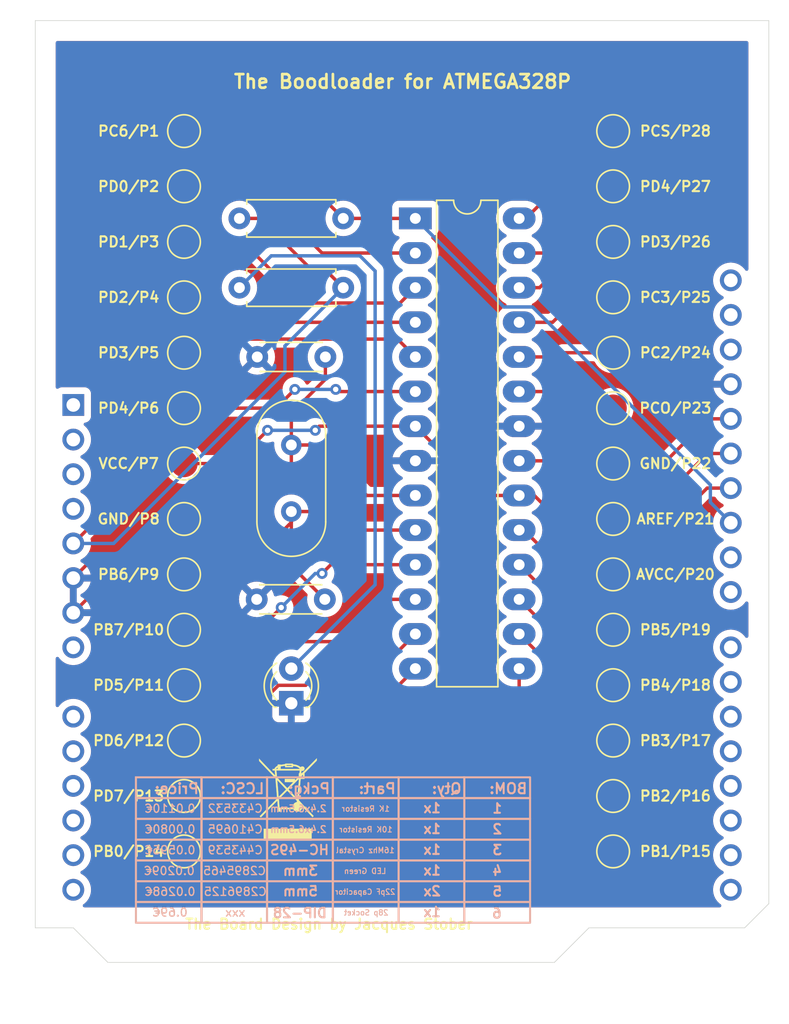
<source format=kicad_pcb>
(kicad_pcb (version 20221018) (generator pcbnew)
  (layers (0 "F.Cu" signal) (31 "B.Cu" signal) (34 "B.Paste" user) (35 "F.Paste" user) (36 "B.SilkS" user "B.Silkscreen") (37 "F.SilkS" user "F.Silkscreen") (38 "B.Mask" user) (39 "F.Mask" user) (44 "Edge.Cuts" user))
  (net 0 "")
  (net 25 "+5V")
  (net 26 "GND")
  (net 27 "D10")
  (net 28 "D11")
  (net 29 "D12")
  (net 30 "D13")
  (net 31 "Net-(J1-Pin_9)")
  (net 32 "Net-(J1-Pin_10)")
  (net 33 "Net-(D1-A)")
  (net 34 "Net-(J1-Pin_2)")
  (net 35 "Net-(J1-Pin_3)")
  (net 36 "Net-(J1-Pin_4)")
  (net 37 "Net-(J1-Pin_5)")
  (net 38 "Net-(J1-Pin_6)")
  (net 39 "Net-(J1-Pin_11)")
  (net 40 "Net-(J1-Pin_12)")
  (net 41 "Net-(J1-Pin_13)")
  (net 42 "Net-(J1-Pin_14)")
  (net 43 "Net-(J1-Pin_15)")
  (net 44 "Net-(J1-Pin_16)")
  (net 45 "Net-(J1-Pin_21)")
  (net 46 "Net-(J1-Pin_23)")
  (net 47 "Net-(J1-Pin_24)")
  (net 48 "Net-(J1-Pin_25)")
  (net 49 "Net-(J1-Pin_26)")
  (net 50 "Net-(J1-Pin_27)")
  (net 51 "Net-(J1-Pin_28)")
  (footprint "TestPoint:TestPoint_Pad_D2.0mm" (layer "F.Cu") (at 134.868 84.375)
    (fp_text reference "PD4/P6" (at -4.064001 0) (layer "F.SilkS") (effects (font (size 0.75 0.75))))
    (fp_text value "TestPoint")
    (pad "1" smd circle (at 0 0) (size 2 2) (layers "F.Cu" "F.Mask") (net 38 "Net-(J1-Pin_6)"))
  )
  (footprint "TestPoint:TestPoint_Pad_D2.0mm" (layer "F.Cu") (at 166.364001 100.631 180)
    (fp_text reference "PB5/P19" (at -4.571999 0) (layer "F.SilkS") (effects (font (size 0.75 0.75))))
    (fp_text value "TestPoint")
    (pad "1" smd circle (at 0 0 180) (size 2 2) (layers "F.Cu" "F.Mask") (net 30 "D13"))
  )
  (footprint "TestPoint:TestPoint_Pad_D2.0mm" (layer "F.Cu") (at 166.364002 88.439 180)
    (fp_text reference "GND/P22" (at -4.571998 0) (layer "F.SilkS") (effects (font (size 0.75 0.75))))
    (fp_text value "TestPoint")
    (pad "1" smd circle (at 0 0 180) (size 2 2) (layers "F.Cu" "F.Mask") (net 26 "GND"))
  )
  (footprint "TestPoint:TestPoint_Pad_D2.0mm" (layer "F.Cu") (at 134.868 72.183)
    (fp_text reference "PD1/P3" (at -4.064002 0) (layer "F.SilkS") (effects (font (size 0.75 0.75))))
    (fp_text value "TestPoint")
    (pad "1" smd circle (at 0 0) (size 2 2) (layers "F.Cu" "F.Mask") (net 35 "Net-(J1-Pin_3)"))
  )
  (footprint "Package_DIP:DIP-28_W7.62mm_LongPads" (layer "F.Cu") (at 155.655999 68.129)
    (fp_text reference "J1" hide)
    (fp_text value "Conn_01x28" hide)
    (pad "1" thru_hole rect (at -3.81 2.33) (size 2.4 1.6) (drill 0.8) (layers "*.Cu" "*.Mask") (net 27 "D10"))
    (pad "2" thru_hole oval (at -3.81 4.87) (size 2.4 1.6) (drill 0.8) (layers "*.Cu" "*.Mask") (net 34 "Net-(J1-Pin_2)"))
    (pad "3" thru_hole oval (at -3.81 7.41) (size 2.4 1.6) (drill 0.8) (layers "*.Cu" "*.Mask") (net 35 "Net-(J1-Pin_3)"))
    (pad "4" thru_hole oval (at -3.81 9.95) (size 2.4 1.6) (drill 0.8) (layers "*.Cu" "*.Mask") (net 36 "Net-(J1-Pin_4)"))
    (pad "5" thru_hole oval (at -3.81 12.49) (size 2.4 1.6) (drill 0.8) (layers "*.Cu" "*.Mask") (net 37 "Net-(J1-Pin_5)"))
    (pad "6" thru_hole oval (at -3.81 15.03) (size 2.4 1.6) (drill 0.8) (layers "*.Cu" "*.Mask") (net 38 "Net-(J1-Pin_6)"))
    (pad "7" thru_hole oval (at -3.81 17.57) (size 2.4 1.6) (drill 0.8) (layers "*.Cu" "*.Mask") (net 25 "+5V"))
    (pad "8" thru_hole oval (at -3.81 20.11) (size 2.4 1.6) (drill 0.8) (layers "*.Cu" "*.Mask") (net 26 "GND"))
    (pad "9" thru_hole oval (at -3.81 22.65) (size 2.4 1.6) (drill 0.8) (layers "*.Cu" "*.Mask") (net 31 "Net-(J1-Pin_9)"))
    (pad "10" thru_hole oval (at -3.81 25.19) (size 2.4 1.6) (drill 0.8) (layers "*.Cu" "*.Mask") (net 32 "Net-(J1-Pin_10)"))
    (pad "11" thru_hole oval (at -3.81 27.73) (size 2.4 1.6) (drill 0.8) (layers "*.Cu" "*.Mask") (net 39 "Net-(J1-Pin_11)"))
    (pad "12" thru_hole oval (at -3.81 30.27) (size 2.4 1.6) (drill 0.8) (layers "*.Cu" "*.Mask") (net 40 "Net-(J1-Pin_12)"))
    (pad "13" thru_hole oval (at -3.81 32.81) (size 2.4 1.6) (drill 0.8) (layers "*.Cu" "*.Mask") (net 41 "Net-(J1-Pin_13)"))
    (pad "14" thru_hole oval (at -3.81 35.35) (size 2.4 1.6) (drill 0.8) (layers "*.Cu" "*.Mask") (net 42 "Net-(J1-Pin_14)"))
    (pad "15" thru_hole oval (at 3.81 35.35) (size 2.4 1.6) (drill 0.8) (layers "*.Cu" "*.Mask") (net 43 "Net-(J1-Pin_15)"))
    (pad "16" thru_hole oval (at 3.81 32.81) (size 2.4 1.6) (drill 0.8) (layers "*.Cu" "*.Mask") (net 44 "Net-(J1-Pin_16)"))
    (pad "17" thru_hole oval (at 3.81 30.27) (size 2.4 1.6) (drill 0.8) (layers "*.Cu" "*.Mask") (net 28 "D11"))
    (pad "18" thru_hole oval (at 3.81 27.73) (size 2.4 1.6) (drill 0.8) (layers "*.Cu" "*.Mask") (net 29 "D12"))
    (pad "19" thru_hole oval (at 3.81 25.19) (size 2.4 1.6) (drill 0.8) (layers "*.Cu" "*.Mask") (net 30 "D13"))
    (pad "20" thru_hole oval (at 3.81 22.65) (size 2.4 1.6) (drill 0.8) (layers "*.Cu" "*.Mask") (net 25 "+5V"))
    (pad "21" thru_hole oval (at 3.81 20.11) (size 2.4 1.6) (drill 0.8) (layers "*.Cu" "*.Mask") (net 45 "Net-(J1-Pin_21)"))
    (pad "22" thru_hole oval (at 3.81 17.57) (size 2.4 1.6) (drill 0.8) (layers "*.Cu" "*.Mask") (net 26 "GND"))
    (pad "23" thru_hole oval (at 3.81 15.03) (size 2.4 1.6) (drill 0.8) (layers "*.Cu" "*.Mask") (net 46 "Net-(J1-Pin_23)"))
    (pad "24" thru_hole oval (at 3.81 12.49) (size 2.4 1.6) (drill 0.8) (layers "*.Cu" "*.Mask") (net 47 "Net-(J1-Pin_24)"))
    (pad "25" thru_hole oval (at 3.81 9.95) (size 2.4 1.6) (drill 0.8) (layers "*.Cu" "*.Mask") (net 48 "Net-(J1-Pin_25)"))
    (pad "26" thru_hole oval (at 3.81 7.41) (size 2.4 1.6) (drill 0.8) (layers "*.Cu" "*.Mask") (net 49 "Net-(J1-Pin_26)"))
    (pad "27" thru_hole oval (at 3.81 4.87) (size 2.4 1.6) (drill 0.8) (layers "*.Cu" "*.Mask") (net 50 "Net-(J1-Pin_27)"))
    (pad "28" thru_hole oval (at 3.81 2.33) (size 2.4 1.6) (drill 0.8) (layers "*.Cu" "*.Mask") (net 51 "Net-(J1-Pin_28)"))
  )
  (footprint "TestPoint:TestPoint_Pad_D2.0mm" (layer "F.Cu") (at 166.364001 96.567 180)
    (fp_text reference "AVCC/P20" (at -4.571999 0) (layer "F.SilkS") (effects (font (size 0.75 0.75))))
    (fp_text value "TestPoint")
    (pad "1" smd circle (at 0 0 180) (size 2 2) (layers "F.Cu" "F.Mask") (net 25 "+5V"))
  )
  (footprint "TestPoint:TestPoint_Pad_D2.0mm" (layer "F.Cu") (at 166.364001 80.311 180)
    (fp_text reference "PC2/P24" (at -4.571999 0) (layer "F.SilkS") (effects (font (size 0.75 0.75))))
    (fp_text value "TestPoint")
    (pad "1" smd circle (at 0 0 180) (size 2 2) (layers "F.Cu" "F.Mask") (net 47 "Net-(J1-Pin_24)"))
  )
  (footprint "TestPoint:TestPoint_Pad_D2.0mm" (layer "F.Cu") (at 134.868001 104.695)
    (fp_text reference "PD5/P11" (at -4.064001 0) (layer "F.SilkS") (effects (font (size 0.75 0.75))))
    (fp_text value "TestPoint")
    (pad "1" smd circle (at 0 0) (size 2 2) (layers "F.Cu" "F.Mask") (net 39 "Net-(J1-Pin_11)"))
  )
  (footprint "TestPoint:TestPoint_Pad_D2.0mm" (layer "F.Cu") (at 166.364 64.055 180)
    (fp_text reference "PCS/P28" (at -4.572 0) (layer "F.SilkS") (effects (font (size 0.75 0.75))))
    (fp_text value "TestPoint")
    (pad "1" smd circle (at 0 0 180) (size 2 2) (layers "F.Cu" "F.Mask") (net 51 "Net-(J1-Pin_28)"))
  )
  (footprint "TestPoint:TestPoint_Pad_D2.0mm" (layer "F.Cu") (at 134.868003 68.104999)
    (fp_text reference "PD0/P2" (at -4.064003 0.014001) (layer "F.SilkS") (effects (font (size 0.75 0.75) (thickness 0.15) bold)))
    (fp_text value "TestPoint")
    (pad "1" smd circle (at 0 0) (size 2 2) (layers "F.Cu" "F.Mask") (net 34 "Net-(J1-Pin_2)"))
  )
  (footprint "Resistor_THT:R_Axial_DIN0207_L6.3mm_D2.5mm_P7.62mm_Horizontal" (layer "F.Cu") (at 138.932 70.459002)
    (fp_text reference "R2" hide)
    (fp_text value "10K")
    (pad "1" thru_hole circle (at 0 0) (size 1.6 1.6) (drill 0.8) (layers "*.Cu" "*.Mask") (net 25 "+5V"))
    (pad "2" thru_hole oval (at 7.62 0) (size 1.6 1.6) (drill 0.8) (layers "*.Cu" "*.Mask") (net 27 "D10"))
  )
  (footprint "TestPoint:TestPoint_Pad_D2.0mm" (layer "F.Cu") (at 166.364001 108.759 180)
    (fp_text reference "PB3/P17" (at -4.571999 0) (layer "F.SilkS") (effects (font (size 0.75 0.75))))
    (fp_text value "TestPoint")
    (pad "1" smd circle (at 0 0 180) (size 2 2) (layers "F.Cu" "F.Mask") (net 28 "D11"))
  )
  (footprint "TestPoint:TestPoint_Pad_D2.0mm" (layer "F.Cu") (at 166.364002 116.887 180)
    (fp_text reference "PB1/P15" (at -4.571998 0) (layer "F.SilkS") (effects (font (size 0.75 0.75))))
    (fp_text value "TestPoint")
    (pad "1" smd circle (at 0 0 180) (size 2 2) (layers "F.Cu" "F.Mask") (net 43 "Net-(J1-Pin_15)"))
  )
  (footprint "TestPoint:TestPoint_Pad_D2.0mm" (layer "F.Cu") (at 134.868 76.247)
    (fp_text reference "PD2/P4" (at -4.064 0) (layer "F.SilkS") (effects (font (size 0.75 0.75))))
    (fp_text value "TestPoint")
    (pad "1" smd circle (at 0 0) (size 2 2) (layers "F.Cu" "F.Mask") (net 36 "Net-(J1-Pin_4)"))
  )
  (footprint "TestPoint:TestPoint_Pad_D2.0mm" (layer "F.Cu") (at 166.364001 92.503 180)
    (fp_text reference "AREF/P21" (at -4.571999 0) (layer "F.SilkS") (effects (font (size 0.75 0.75))))
    (fp_text value "TestPoint")
    (pad "1" smd circle (at 0 0 180) (size 2 2) (layers "F.Cu" "F.Mask") (net 45 "Net-(J1-Pin_21)"))
  )
  (footprint "TestPoint:TestPoint_Pad_D2.0mm" (layer "F.Cu") (at 134.868002 96.567)
    (fp_text reference "PB6/P9" (at -4.064002 0) (layer "F.SilkS") (effects (font (size 0.75 0.75))))
    (fp_text value "TestPoint")
    (pad "1" smd circle (at 0 0) (size 2 2) (layers "F.Cu" "F.Mask") (net 31 "Net-(J1-Pin_9)"))
  )
  (footprint "TestPoint:TestPoint_Pad_D2.0mm" (layer "F.Cu") (at 166.364001 68.104999 180)
    (fp_text reference "PD4/P27" (at -4.571999 -0.014001) (layer "F.SilkS") (effects (font (size 0.75 0.75))))
    (fp_text value "TestPoint")
    (pad "1" smd circle (at 0 0 180) (size 2 2) (layers "F.Cu" "F.Mask") (net 50 "Net-(J1-Pin_27)"))
  )
  (footprint "TestPoint:TestPoint_Pad_D2.0mm" (layer "F.Cu") (at 134.868 108.759)
    (fp_text reference "PD6/P12" (at -4.064 0) (layer "F.SilkS") (effects (font (size 0.75 0.75))))
    (fp_text value "TestPoint")
    (pad "1" smd circle (at 0 0) (size 2 2) (layers "F.Cu" "F.Mask") (net 40 "Net-(J1-Pin_12)"))
  )
  (footprint "TestPoint:TestPoint_Pad_D2.0mm" (layer "F.Cu") (at 166.364003 72.183 180)
    (fp_text reference "PD3/P26" (at -4.571997 0) (layer "F.SilkS") (effects (font (size 0.75 0.75))))
    (fp_text value "TestPoint")
    (pad "1" smd circle (at 0 0 180) (size 2 2) (layers "F.Cu" "F.Mask") (net 49 "Net-(J1-Pin_26)"))
  )
  (footprint "Capacitor_THT:C_Disc_D4.3mm_W1.9mm_P5.00mm" (layer "F.Cu") (at 140.242 80.619001)
    (fp_text reference "C1" hide)
    (fp_text value "22pF")
    (pad "1" thru_hole circle (at 0 0) (size 1.6 1.6) (drill 0.8) (layers "*.Cu" "*.Mask") (net 26 "GND"))
    (pad "2" thru_hole circle (at 5 0) (size 1.6 1.6) (drill 0.8) (layers "*.Cu" "*.Mask") (net 31 "Net-(J1-Pin_9)"))
  )
  (footprint "TestPoint:TestPoint_Pad_D2.0mm" (layer "F.Cu") (at 166.364002 104.695 180)
    (fp_text reference "PB4/P18" (at -4.571998 0) (layer "F.SilkS") (effects (font (size 0.75 0.75))))
    (fp_text value "TestPoint")
    (pad "1" smd circle (at 0 0 180) (size 2 2) (layers "F.Cu" "F.Mask") (net 29 "D12"))
  )
  (footprint "Resistor_THT:R_Axial_DIN0207_L6.3mm_D2.5mm_P7.62mm_Horizontal" (layer "F.Cu") (at 146.551998 75.538999 180)
    (fp_text reference "R1" hide)
    (fp_text value "1K")
    (pad "1" thru_hole circle (at 0 0 180) (size 1.6 1.6) (drill 0.8) (layers "*.Cu" "*.Mask") (net 25 "+5V"))
    (pad "2" thru_hole oval (at 7.62 0 180) (size 1.6 1.6) (drill 0.8) (layers "*.Cu" "*.Mask") (net 33 "Net-(D1-A)"))
  )
  (footprint "TestPoint:TestPoint_Pad_D2.0mm" (layer "F.Cu") (at 134.868002 116.887)
    (fp_text reference "PB0/P14" (at -4.064002 0) (layer "F.SilkS") (effects (font (size 0.75 0.75))))
    (fp_text value "TestPoint")
    (pad "1" smd circle (at 0 0) (size 2 2) (layers "F.Cu" "F.Mask") (net 42 "Net-(J1-Pin_14)"))
  )
  (footprint "TestPoint:TestPoint_Pad_D2.0mm" (layer "F.Cu") (at 134.868 64.055)
    (fp_text reference "PC6/P1" (at -4.064 0) (layer "F.SilkS") (effects (font (size 0.75 0.75) (thickness 0.15) bold)))
    (fp_text value "TestPoint")
    (pad "1" smd circle (at 0 0) (size 2 2) (layers "F.Cu" "F.Mask") (net 27 "D10"))
  )
  (footprint "TestPoint:TestPoint_Pad_D2.0mm" (layer "F.Cu") (at 166.364001 84.375 180)
    (fp_text reference "PCO/P23" (at -4.571999 0) (layer "F.SilkS") (effects (font (size 0.75 0.75))))
    (fp_text value "TestPoint")
    (pad "1" smd circle (at 0 0 180) (size 2 2) (layers "F.Cu" "F.Mask") (net 46 "Net-(J1-Pin_23)"))
  )
  (footprint "TestPoint:TestPoint_Pad_D2.0mm" (layer "F.Cu") (at 134.868 88.439)
    (fp_text reference "VCC/P7" (at -4.064 0) (layer "F.SilkS") (effects (font (size 0.75 0.75))))
    (fp_text value "TestPoint")
    (pad "1" smd circle (at 0 0) (size 2 2) (layers "F.Cu" "F.Mask") (net 25 "+5V"))
  )
  (footprint "TestPoint:TestPoint_Pad_D2.0mm" (layer "F.Cu") (at 166.364002 112.823 180)
    (fp_text reference "PB2/P16" (at -4.571998 0) (layer "F.SilkS") (effects (font (size 0.75 0.75))))
    (fp_text value "TestPoint")
    (pad "1" smd circle (at 0 0 180) (size 2 2) (layers "F.Cu" "F.Mask") (net 44 "Net-(J1-Pin_16)"))
  )
  (footprint "Symbol:WEEE-Logo_4.2x6mm_SilkScreen" (layer "F.Cu") (at 142.488 113.077)
    (fp_text reference "REF**" hide)
    (fp_text value "WEEE-Logo_4.2x6mm_SilkScreen" hide)
  )
  (footprint "TestPoint:TestPoint_Pad_D2.0mm" (layer "F.Cu") (at 134.868 80.311)
    (fp_text reference "PD3/P5" (at -4.064001 0) (layer "F.SilkS") (effects (font (size 0.75 0.75))))
    (fp_text value "TestPoint")
    (pad "1" smd circle (at 0 0) (size 2 2) (layers "F.Cu" "F.Mask") (net 37 "Net-(J1-Pin_5)"))
  )
  (footprint "LED_THT:LED_D3.0mm" (layer "F.Cu") (at 142.742 106.019 90)
    (fp_text reference "D1" hide)
    (fp_text value "LED")
    (pad "1" thru_hole rect (at 0 0 90) (size 1.8 1.8) (drill 0.9) (layers "*.Cu" "*.Mask") (net 26 "GND"))
    (pad "2" thru_hole circle (at 2.54 0 90) (size 1.8 1.8) (drill 0.9) (layers "*.Cu" "*.Mask") (net 33 "Net-(D1-A)"))
  )
  (footprint "TestPoint:TestPoint_Pad_D2.0mm" (layer "F.Cu") (at 134.868003 112.823)
    (fp_text reference "PD7/P13" (at -4.064003 0) (layer "F.SilkS") (effects (font (size 0.75 0.75))))
    (fp_text value "TestPoint")
    (pad "1" smd circle (at 0 0) (size 2 2) (layers "F.Cu" "F.Mask") (net 41 "Net-(J1-Pin_13)"))
  )
  (footprint "Crystal:Crystal_HC49-4H_Vertical" (layer "F.Cu") (at 142.742 91.959 90)
    (fp_text reference "Y1" hide)
    (fp_text value "Crystal")
    (pad "1" thru_hole circle (at 0 0 90) (size 1.5 1.5) (drill 0.8) (layers "*.Cu" "*.Mask") (net 32 "Net-(J1-Pin_10)"))
    (pad "2" thru_hole circle (at 4.88 0 90) (size 1.5 1.5) (drill 0.8) (layers "*.Cu" "*.Mask") (net 31 "Net-(J1-Pin_9)"))
  )
  (footprint "TestPoint:TestPoint_Pad_D2.0mm" (layer "F.Cu") (at 166.364003 76.247 180)
    (fp_text reference "PC3/P25" (at -4.571997 0) (layer "F.SilkS") (effects (font (size 0.75 0.75))))
    (fp_text value "TestPoint")
    (pad "1" smd circle (at 0 0 180) (size 2 2) (layers "F.Cu" "F.Mask") (net 48 "Net-(J1-Pin_25)"))
  )
  (footprint "Capacitor_THT:C_Disc_D4.3mm_W1.9mm_P5.00mm" (layer "F.Cu") (at 140.201999 98.399)
    (fp_text reference "C2" hide)
    (fp_text value "22pF")
    (pad "1" thru_hole circle (at 0 0) (size 1.6 1.6) (drill 0.8) (layers "*.Cu" "*.Mask") (net 26 "GND"))
    (pad "2" thru_hole circle (at 5 0) (size 1.6 1.6) (drill 0.8) (layers "*.Cu" "*.Mask") (net 32 "Net-(J1-Pin_10)"))
  )
  (footprint "TestPoint:TestPoint_Pad_D2.0mm" (layer "F.Cu") (at 134.868 100.631)
    (fp_text reference "PB7/P10" (at -4.064 0) (layer "F.SilkS") (effects (font (size 0.75 0.75))))
    (fp_text value "TestPoint")
    (pad "1" smd circle (at 0 0) (size 2 2) (layers "F.Cu" "F.Mask") (net 32 "Net-(J1-Pin_10)"))
  )
  (footprint "TestPoint:TestPoint_Pad_D2.0mm" (layer "F.Cu") (at 134.867999 92.503)
    (fp_text reference "GND/P8" (at -4.063999 0) (layer "F.SilkS") (effects (font (size 0.75 0.75))))
    (fp_text value "TestPoint")
    (pad "1" smd circle (at 0 0) (size 2 2) (layers "F.Cu" "F.Mask") (net 26 "GND"))
  )
  (footprint "Module:Arduino_UNO_R3" (layer "B.Cu") (at 123.95 88.86 -90)
    (fp_text reference "A1" hide)
    (fp_text value "Arduino_UNO_R3")
    (fp_line (start -32.91 -53.84) (end 31.86 -53.84) (stroke (width 0.05)) (layer "Edge.Cuts"))
    (fp_line (start -32.91 0) (end -32.91 -53.84) (stroke (width 0.05)) (layer "Edge.Cuts"))
    (fp_line (start 31.86 -53.84) (end 33.63 -52.07) (stroke (width 0.05)) (layer "Edge.Cuts"))
    (fp_line (start 33.63 -52.07) (end 33.63 -40.64) (stroke (width 0.05)) (layer "Edge.Cuts"))
    (fp_line (start 33.63 -40.64) (end 36.17 -38.1) (stroke (width 0.05)) (layer "Edge.Cuts"))
    (fp_line (start 33.63 -2.79) (end 33.63 0) (stroke (width 0.05)) (layer "Edge.Cuts"))
    (fp_line (start 33.63 0) (end -32.91 0) (stroke (width 0.05)) (layer "Edge.Cuts"))
    (fp_line (start 36.17 -38.1) (end 36.17 -5.33) (stroke (width 0.05)) (layer "Edge.Cuts"))
    (fp_line (start 36.17 -5.33) (end 33.63 -2.79) (stroke (width 0.05)) (layer "Edge.Cuts"))
    (pad "1" thru_hole rect (at -4.72 -2.79 180) (size 1.6 1.6) (drill 1) (layers "*.Cu" "*.Mask"))
    (pad "2" thru_hole oval (at -2.18 -2.79 180) (size 1.6 1.6) (drill 1) (layers "*.Cu" "*.Mask"))
    (pad "3" thru_hole oval (at 0.36 -2.79 180) (size 1.6 1.6) (drill 1) (layers "*.Cu" "*.Mask"))
    (pad "4" thru_hole oval (at 2.9 -2.79 180) (size 1.6 1.6) (drill 1) (layers "*.Cu" "*.Mask"))
    (pad "5" thru_hole oval (at 5.44 -2.79 180) (size 1.6 1.6) (drill 1) (layers "*.Cu" "*.Mask") (net 25 "+5V"))
    (pad "6" thru_hole oval (at 7.98 -2.79 180) (size 1.6 1.6) (drill 1) (layers "*.Cu" "*.Mask") (net 26 "GND"))
    (pad "7" thru_hole oval (at 10.52 -2.79 180) (size 1.6 1.6) (drill 1) (layers "*.Cu" "*.Mask") (net 26 "GND"))
    (pad "8" thru_hole oval (at 13.06 -2.79 180) (size 1.6 1.6) (drill 1) (layers "*.Cu" "*.Mask"))
    (pad "9" thru_hole oval (at 18.14 -2.79 180) (size 1.6 1.6) (drill 1) (layers "*.Cu" "*.Mask"))
    (pad "10" thru_hole oval (at 20.68 -2.79 180) (size 1.6 1.6) (drill 1) (layers "*.Cu" "*.Mask"))
    (pad "11" thru_hole oval (at 23.22 -2.79 180) (size 1.6 1.6) (drill 1) (layers "*.Cu" "*.Mask"))
    (pad "12" thru_hole oval (at 25.76 -2.79 180) (size 1.6 1.6) (drill 1) (layers "*.Cu" "*.Mask"))
    (pad "13" thru_hole oval (at 28.3 -2.79 180) (size 1.6 1.6) (drill 1) (layers "*.Cu" "*.Mask"))
    (pad "14" thru_hole oval (at 30.84 -2.79 180) (size 1.6 1.6) (drill 1) (layers "*.Cu" "*.Mask"))
    (pad "15" thru_hole oval (at 30.84 -51.05 180) (size 1.6 1.6) (drill 1) (layers "*.Cu" "*.Mask"))
    (pad "16" thru_hole oval (at 28.3 -51.05 180) (size 1.6 1.6) (drill 1) (layers "*.Cu" "*.Mask"))
    (pad "17" thru_hole oval (at 25.76 -51.05 180) (size 1.6 1.6) (drill 1) (layers "*.Cu" "*.Mask"))
    (pad "18" thru_hole oval (at 23.22 -51.05 180) (size 1.6 1.6) (drill 1) (layers "*.Cu" "*.Mask"))
    (pad "19" thru_hole oval (at 20.68 -51.05 180) (size 1.6 1.6) (drill 1) (layers "*.Cu" "*.Mask"))
    (pad "20" thru_hole oval (at 18.14 -51.05 180) (size 1.6 1.6) (drill 1) (layers "*.Cu" "*.Mask"))
    (pad "21" thru_hole oval (at 15.6 -51.05 180) (size 1.6 1.6) (drill 1) (layers "*.Cu" "*.Mask"))
    (pad "22" thru_hole oval (at 13.06 -51.05 180) (size 1.6 1.6) (drill 1) (layers "*.Cu" "*.Mask"))
    (pad "23" thru_hole oval (at 9 -51.05 180) (size 1.6 1.6) (drill 1) (layers "*.Cu" "*.Mask"))
    (pad "24" thru_hole oval (at 6.46 -51.05 180) (size 1.6 1.6) (drill 1) (layers "*.Cu" "*.Mask"))
    (pad "25" thru_hole oval (at 3.92 -51.05 180) (size 1.6 1.6) (drill 1) (layers "*.Cu" "*.Mask") (net 27 "D10"))
    (pad "26" thru_hole oval (at 1.38 -51.05 180) (size 1.6 1.6) (drill 1) (layers "*.Cu" "*.Mask") (net 28 "D11"))
    (pad "27" thru_hole oval (at -1.16 -51.05 180) (size 1.6 1.6) (drill 1) (layers "*.Cu" "*.Mask") (net 29 "D12"))
    (pad "28" thru_hole oval (at -3.7 -51.05 180) (size 1.6 1.6) (drill 1) (layers "*.Cu" "*.Mask") (net 30 "D13"))
    (pad "29" thru_hole oval (at -6.24 -51.05 180) (size 1.6 1.6) (drill 1) (layers "*.Cu" "*.Mask") (net 26 "GND"))
    (pad "30" thru_hole oval (at -8.78 -51.05 180) (size 1.6 1.6) (drill 1) (layers "*.Cu" "*.Mask"))
    (pad "31" thru_hole oval (at -11.32 -51.05 180) (size 1.6 1.6) (drill 1) (layers "*.Cu" "*.Mask"))
    (pad "32" thru_hole oval (at -13.86 -51.05 180) (size 1.6 1.6) (drill 1) (layers "*.Cu" "*.Mask"))
  )
  (gr_rect (start 136.138 114.4994) (end 140.964 116.0234) (stroke (width 0.15)) (fill none) (layer "B.SilkS"))
  (gr_rect (start 155.442 114.4994) (end 160.268 116.0234) (stroke (width 0.15)) (fill none) (layer "B.SilkS"))
  (gr_rect (start 155.442 116.0234) (end 160.268 117.5474) (stroke (width 0.15)) (fill none) (layer "B.SilkS"))
  (gr_rect (start 136.138 119.0714) (end 140.964 120.5954) (stroke (width 0.15)) (fill none) (layer "B.SilkS"))
  (gr_rect (start 140.964 119.0714) (end 145.79 120.5954) (stroke (width 0.15)) (fill none) (layer "B.SilkS"))
  (gr_rect (start 131.3374 120.5954) (end 136.1634 122.1194) (stroke (width 0.15)) (fill none) (layer "B.SilkS"))
  (gr_rect (start 136.138 111.4514) (end 140.964 112.9754) (stroke (width 0.15)) (fill none) (layer "B.SilkS"))
  (gr_rect (start 131.3374 111.4514) (end 136.1634 112.9754) (stroke (width 0.15)) (fill none) (layer "B.SilkS"))
  (gr_rect (start 145.79 112.9754) (end 150.616 114.4994) (stroke (width 0.15)) (fill none) (layer "B.SilkS"))
  (gr_rect (start 140.964 112.9754) (end 145.79 114.4994) (stroke (width 0.15)) (fill none) (layer "B.SilkS"))
  (gr_rect (start 145.79 111.4514) (end 150.616 112.9754) (stroke (width 0.15)) (fill none) (layer "B.SilkS"))
  (gr_rect (start 140.964 120.5954) (end 145.79 122.1194) (stroke (width 0.15)) (fill none) (layer "B.SilkS"))
  (gr_rect (start 136.138 116.0234) (end 140.964 117.5474) (stroke (width 0.15)) (fill none) (layer "B.SilkS"))
  (gr_rect (start 150.616 120.5954) (end 155.442 122.1194) (stroke (width 0.15)) (fill none) (layer "B.SilkS"))
  (gr_rect (start 155.442 111.4514) (end 160.268 112.9754) (stroke (width 0.15)) (fill none) (layer "B.SilkS"))
  (gr_rect (start 136.138 120.5954) (end 140.964 122.1194) (stroke (width 0.15)) (fill none) (layer "B.SilkS"))
  (gr_rect (start 150.616 114.4994) (end 155.442 116.0234) (stroke (width 0.15)) (fill none) (layer "B.SilkS"))
  (gr_rect (start 140.964 114.4994) (end 145.79 116.0234) (stroke (width 0.15)) (fill none) (layer "B.SilkS"))
  (gr_rect (start 150.616 116.0234) (end 155.442 117.5474) (stroke (width 0.15)) (fill none) (layer "B.SilkS"))
  (gr_rect (start 131.3374 114.4994) (end 136.1634 116.0234) (stroke (width 0.15)) (fill none) (layer "B.SilkS"))
  (gr_rect (start 140.964 116.0234) (end 145.79 117.5474) (stroke (width 0.15)) (fill none) (layer "B.SilkS"))
  (gr_rect (start 155.442 120.5954) (end 160.268 122.1194) (stroke (width 0.15)) (fill none) (layer "B.SilkS"))
  (gr_rect (start 131.3374 112.9754) (end 136.1634 114.4994) (stroke (width 0.15)) (fill none) (layer "B.SilkS"))
  (gr_rect (start 145.79 119.0714) (end 150.616 120.5954) (stroke (width 0.15)) (fill none) (layer "B.SilkS"))
  (gr_rect (start 155.442 112.9754) (end 160.268 114.4994) (stroke (width 0.15)) (fill none) (layer "B.SilkS"))
  (gr_rect (start 155.442 117.5474) (end 160.268 119.0714) (stroke (width 0.15)) (fill none) (layer "B.SilkS"))
  (gr_rect (start 131.3374 116.0234) (end 136.1634 117.5474) (stroke (width 0.15)) (fill none) (layer "B.SilkS"))
  (gr_rect (start 150.616 111.4514) (end 155.442 112.9754) (stroke (width 0.15)) (fill none) (layer "B.SilkS"))
  (gr_rect (start 131.3374 119.0714) (end 136.1634 120.5954) (stroke (width 0.15)) (fill none) (layer "B.SilkS"))
  (gr_rect (start 140.964 117.5474) (end 145.79 119.0714) (stroke (width 0.15)) (fill none) (layer "B.SilkS"))
  (gr_rect (start 150.616 112.9754) (end 155.442 114.4994) (stroke (width 0.15)) (fill none) (layer "B.SilkS"))
  (gr_rect (start 145.79 120.5954) (end 150.616 122.1194) (stroke (width 0.15)) (fill none) (layer "B.SilkS"))
  (gr_rect (start 150.616 119.0714) (end 155.442 120.5954) (stroke (width 0.15)) (fill none) (layer "B.SilkS"))
  (gr_rect (start 136.138 117.5474) (end 140.964 119.0714) (stroke (width 0.15)) (fill none) (layer "B.SilkS"))
  (gr_rect (start 131.3374 117.5474) (end 136.1634 119.0714) (stroke (width 0.15)) (fill none) (layer "B.SilkS"))
  (gr_rect (start 140.964 111.4514) (end 145.79 112.9754) (stroke (width 0.15)) (fill none) (layer "B.SilkS"))
  (gr_rect (start 145.79 114.4994) (end 150.616 116.0234) (stroke (width 0.15)) (fill none) (layer "B.SilkS"))
  (gr_rect (start 145.79 116.0234) (end 150.616 117.5474) (stroke (width 0.15)) (fill none) (layer "B.SilkS"))
  (gr_rect (start 145.79 117.5474) (end 150.616 119.0714) (stroke (width 0.15)) (fill none) (layer "B.SilkS"))
  (gr_rect (start 155.442 119.0714) (end 160.268 120.5954) (stroke (width 0.15)) (fill none) (layer "B.SilkS"))
  (gr_rect (start 136.138 112.9754) (end 140.964 114.4994) (stroke (width 0.15)) (fill none) (layer "B.SilkS"))
  (gr_rect (start 150.616 117.5474) (end 155.442 119.0714) (stroke (width 0.15)) (fill none) (layer "B.SilkS"))
  (gr_text "0.0110€\n" (at 133.8266 114.093) (layer "B.SilkS") (effects (font (size 0.6 0.6) (thickness 0.1) bold) (justify bottom mirror)))
  (gr_text "22pF Capacitor" (at 150.4128 120.0874) (layer "B.SilkS") (effects (font (size 0.4 0.38) (thickness 0.076) bold) (justify left bottom mirror)))
  (gr_text "0.69€" (at 133.8266 121.713) (layer "B.SilkS") (effects (font (size 0.6 0.6) (thickness 0.1) bold) (justify bottom mirror)))
  (gr_text "0.0268€\n" (at 133.8266 120.189) (layer "B.SilkS") (effects (font (size 0.6 0.6) (thickness 0.1) bold) (justify bottom mirror)))
  (gr_text "HC-49S" (at 145.5868 117.1918) (layer "B.SilkS") (effects (font (size 0.7 0.7) (thickness 0.14) bold) (justify left bottom mirror)))
  (gr_text "1K Resistor" (at 150.0064 113.9914) (layer "B.SilkS") (effects (font (size 0.4 0.4) (thickness 0.08) bold) (justify left bottom mirror)))
  (gr_text "3mm" (at 144.774 118.7158) (layer "B.SilkS") (effects (font (size 0.7 0.7)) (justify left bottom mirror)))
  (gr_text "C433532" (at 138.6272 114.093) (layer "B.SilkS") (effects (font (size 0.6 0.6) (thickness 0.1) bold) (justify bottom mirror)))
  (gr_text "1" (at 158.2868 114.1438) (layer "B.SilkS") (effects (font (size 0.7 0.7)) (justify left bottom mirror)))
  (gr_text "C443539" (at 138.6272 117.141) (layer "B.SilkS") (effects (font (size 0.6 0.6) (thickness 0.1) bold) (justify bottom mirror)))
  (gr_text "DIP-28" (at 145.4344 121.8146) (layer "B.SilkS") (effects (font (size 0.7 0.7)) (justify left bottom mirror)))
  (gr_text "Pckg:" (at 145.663 112.7214) (layer "B.SilkS") (effects (font (size 0.75 0.75)) (justify left bottom mirror)))
  (gr_text "xxx" (at 138.6272 121.713) (layer "B.SilkS") (effects (font (size 0.6 0.6) (thickness 0.1) bold) (justify bottom mirror)))
  (gr_text "Price:" (at 136.0364 112.7214) (layer "B.SilkS") (effects (font (size 0.75 0.75)) (justify left bottom mirror)))
  (gr_text "1x" (at 153.791 118.6904) (layer "B.SilkS") (effects (font (size 0.7 0.7)) (justify left bottom mirror)))
  (gr_text "5mm" (at 144.774 120.2144) (layer "B.SilkS") (effects (font (size 0.7 0.7)) (justify left bottom mirror)))
  (gr_text "2x" (at 153.791 120.2144) (layer "B.SilkS") (effects (font (size 0.7 0.7)) (justify left bottom mirror)))
  (gr_text "C2896125" (at 138.6272 120.189) (layer "B.SilkS") (effects (font (size 0.6 0.6) (thickness 0.1) bold) (justify bottom mirror)))
  (gr_text "0.0080€\n" (at 133.8266 115.617) (layer "B.SilkS") (effects (font (size 0.6 0.6) (thickness 0.1) bold) (justify bottom mirror)))
  (gr_text "BOM:" (at 160.141 112.7214) (layer "B.SilkS") (effects (font (size 0.75 0.75)) (justify left bottom mirror)))
  (gr_text "5" (at 158.2868 120.2398) (layer "B.SilkS") (effects (font (size 0.7 0.7)) (justify left bottom mirror)))
  (gr_text "C410695" (at 138.6272 115.617) (layer "B.SilkS") (effects (font (size 0.6 0.6) (thickness 0.1) bold) (justify bottom mirror)))
  (gr_text "0.0595€" (at 133.8266 117.141) (layer "B.SilkS") (effects (font (size 0.6 0.6) (thickness 0.1) bold) (justify bottom mirror)))
  (gr_text "2.4x6.5mm" (at 145.3836 114.0422) (layer "B.SilkS") (effects (font (size 0.5 0.5) (thickness 0.1) bold) (justify left bottom mirror)))
  (gr_text "4" (at 158.2868 118.7158) (layer "B.SilkS") (effects (font (size 0.7 0.7)) (justify left bottom mirror)))
  (gr_text "Qty:" (at 155.315 112.7214) (layer "B.SilkS") (effects (font (size 0.75 0.75)) (justify left bottom mirror)))
  (gr_text "1x" (at 153.791 115.6424) (layer "B.SilkS") (effects (font (size 0.7 0.7)) (justify left bottom mirror)))
  (gr_text "16Mhz Crystal" (at 150.362 117.0394) (layer "B.SilkS") (effects (font (size 0.4 0.4) (thickness 0.08) bold) (justify left bottom mirror)))
  (gr_text "28p Socket" (at 149.9048 121.6114) (layer "B.SilkS") (effects (font (size 0.4 0.38) (thickness 0.076) bold) (justify left bottom mirror)))
  (gr_text "1x" (at 153.791 117.1664) (layer "B.SilkS") (effects (font (size 0.7 0.7)) (justify left bottom mirror)))
  (gr_text "2.4x6.5mm" (at 145.3836 115.5662) (layer "B.SilkS") (effects (font (size 0.5 0.5) (thickness 0.1) bold) (justify left bottom mirror)))
  (gr_text "2" (at 158.2868 115.6678) (layer "B.SilkS") (effects (font (size 0.7 0.7)) (justify left bottom mirror)))
  (gr_text "3" (at 158.2868 117.1918) (layer "B.SilkS") (effects (font (size 0.7 0.7)) (justify left bottom mirror)))
  (gr_text "10K Resistor" (at 150.2096 115.5154) (layer "B.SilkS") (effects (font (size 0.4 0.4) (thickness 0.08) bold) (justify left bottom mirror)))
  (gr_text "6" (at 158.2614 121.84) (layer "B.SilkS") (effects (font (size 0.7 0.7)) (justify left bottom mirror)))
  (gr_text "Part:" (at 150.489 112.7214) (layer "B.SilkS") (effects (font (size 0.75 0.75)) (justify left bottom mirror)))
  (gr_text "LCSC:" (at 140.837 112.7214) (layer "B.SilkS") (effects (font (size 0.75 0.75)) (justify left bottom mirror)))
  (gr_text "0.0209€" (at 133.7758 118.665) (layer "B.SilkS") (effects (font (size 0.6 0.6) (thickness 0.1) bold) (justify bottom mirror)))
  (gr_text "C2895465" (at 138.5764 118.665) (layer "B.SilkS") (effects (font (size 0.6 0.6) (thickness 0.1) bold) (justify bottom mirror)))
  (gr_text "1x" (at 153.791 121.7384) (layer "B.SilkS") (effects (font (size 0.7 0.7)) (justify left bottom mirror)))
  (gr_text "1x" (at 153.791 114.1184) (layer "B.SilkS") (effects (font (size 0.7 0.7)) (justify left bottom mirror)))
  (gr_text "LED Green" (at 149.7524 118.5634) (layer "B.SilkS") (effects (font (size 0.4 0.4) (thickness 0.08) bold) (justify left bottom mirror)))
  (gr_text "The Board Design by Jacques Stober" (at 134.88 122.66) (layer "F.SilkS") (effects (font (size 0.75 0.75) (thickness 0.15) bold) (justify left bottom)))
  (gr_text "The Boodloader for ATMEGA328P " (at 138.424 61.007) (layer "F.SilkS") (effects (font (size 1 1) (thickness 0.2) bold) (justify left bottom)))
  (segment (start 138.561 88.439) (end 141 86) (width 0.25) (layer "F.Cu") (net 25))
  (segment (start 166.364001 96.567) (end 160.576001 90.779) (width 0.25) (layer "F.Cu") (net 25))
  (segment (start 132.601 88.439) (end 134.868 88.439) (width 0.25) (layer "F.Cu") (net 25))
  (segment (start 145.512999 74.5) (end 146.551998 75.538999) (width 0.25) (layer "F.Cu") (net 25))
  (segment (start 126.74 94.3) (end 132.601 88.439) (width 0.25) (layer "F.Cu") (net 25))
  (segment (start 159.465999 90.779) (end 156.925999 90.779) (width 0.25) (layer "F.Cu") (net 25))
  (segment (start 134.868 88.439) (end 138.561 88.439) (width 0.25) (layer "F.Cu") (net 25))
  (segment (start 140.459002 70.459002) (end 144.5 74.5) (width 0.25) (layer "F.Cu") (net 25))
  (segment (start 138.932 70.459002) (end 140.459002 70.459002) (width 0.25) (layer "F.Cu") (net 25))
  (segment (start 144.5 86) (end 144.801 85.699) (width 0.25) (layer "F.Cu") (net 25))
  (segment (start 144.801 85.699) (end 151.845999 85.699) (width 0.25) (layer "F.Cu") (net 25))
  (segment (start 160.576001 90.779) (end 159.465999 90.779) (width 0.25) (layer "F.Cu") (net 25))
  (segment (start 156.925999 90.779) (end 151.845999 85.699) (width 0.25) (layer "F.Cu") (net 25))
  (segment (start 144.5 74.5) (end 145.512999 74.5) (width 0.25) (layer "F.Cu") (net 25))
  (via (at 144.5 86) (size 0.8) (drill 0.4) (layers "F.Cu" "B.Cu") (net 25))
  (via (at 141 86) (size 0.8) (drill 0.4) (layers "F.Cu" "B.Cu") (net 25))
  (segment (start 146.551998 75.538999) (end 142.275 79.815997) (width 0.25) (layer "B.Cu") (net 25))
  (segment (start 142.275 81.725) (end 129.7 94.3) (width 0.25) (layer "B.Cu") (net 25))
  (segment (start 142.275 79.815997) (end 142.275 81.725) (width 0.25) (layer "B.Cu") (net 25))
  (segment (start 129.7 94.3) (end 126.74 94.3) (width 0.25) (layer "B.Cu") (net 25))
  (segment (start 141 86) (end 144.5 86) (width 0.25) (layer "B.Cu") (net 25))
  (segment (start 133.370999 94) (end 134.867999 92.503) (width 0.25) (layer "F.Cu") (net 26))
  (segment (start 166.364002 88.439) (end 164.939 88.439) (width 0.25) (layer "F.Cu") (net 26))
  (segment (start 164.939 88.439) (end 162.199 85.699) (width 0.25) (layer "F.Cu") (net 26))
  (segment (start 162.199 85.699) (end 159.465999 85.699) (width 0.25) (layer "F.Cu") (net 26))
  (segment (start 132.12 94) (end 133.370999 94) (width 0.25) (layer "F.Cu") (net 26))
  (segment (start 126.74 99.38) (end 132.12 94) (width 0.25) (layer "F.Cu") (net 26))
  (segment (start 134.867999 92.503) (end 131.077 92.503) (width 0.25) (layer "F.Cu") (net 26))
  (segment (start 131.077 92.503) (end 126.74 96.84) (width 0.25) (layer "F.Cu") (net 26))
  (segment (start 146.552 70.459002) (end 151.845997 70.459002) (width 0.25) (layer "F.Cu") (net 27))
  (segment (start 134.868 64.055) (end 140.147998 64.055) (width 0.25) (layer "F.Cu") (net 27))
  (segment (start 140.147998 64.055) (end 146.552 70.459002) (width 0.25) (layer "F.Cu") (net 27))
  (segment (start 151.845997 70.459002) (end 151.845999 70.459) (width 0.25) (layer "F.Cu") (net 27))
  (segment (start 158.340999 76.954) (end 160.454 76.954) (width 0.25) (layer "B.Cu") (net 27))
  (segment (start 160.454 76.954) (end 173.5 90) (width 0.25) (layer "B.Cu") (net 27))
  (segment (start 173.5 91.28) (end 175 92.78) (width 0.25) (layer "B.Cu") (net 27))
  (segment (start 151.845999 70.459) (end 158.340999 76.954) (width 0.25) (layer "B.Cu") (net 27))
  (segment (start 173.5 90) (end 173.5 91.28) (width 0.25) (layer "B.Cu") (net 27))
  (segment (start 166.364001 108.759) (end 163 105.394999) (width 0.25) (layer "F.Cu") (net 28))
  (segment (start 173.26 90.24) (end 171.5 92) (width 0.25) (layer "F.Cu") (net 28))
  (segment (start 171.5 103.623001) (end 166.364001 108.759) (width 0.25) (layer "F.Cu") (net 28))
  (segment (start 175 90.24) (end 173.26 90.24) (width 0.25) (layer "F.Cu") (net 28))
  (segment (start 163 101.933001) (end 159.465999 98.399) (width 0.25) (layer "F.Cu") (net 28))
  (segment (start 163 105.394999) (end 163 101.933001) (width 0.25) (layer "F.Cu") (net 28))
  (segment (start 171.5 92) (end 171.5 103.623001) (width 0.25) (layer "F.Cu") (net 28))
  (segment (start 170 91) (end 173.3 87.7) (width 0.25) (layer "F.Cu") (net 29))
  (segment (start 164 104) (end 164.695 104.695) (width 0.25) (layer "F.Cu") (net 29))
  (segment (start 170 101.059002) (end 170 91) (width 0.25) (layer "F.Cu") (net 29))
  (segment (start 164 100.393001) (end 164 104) (width 0.25) (layer "F.Cu") (net 29))
  (segment (start 164.695 104.695) (end 166.364002 104.695) (width 0.25) (layer "F.Cu") (net 29))
  (segment (start 166.364002 104.695) (end 170 101.059002) (width 0.25) (layer "F.Cu") (net 29))
  (segment (start 159.465999 95.859) (end 164 100.393001) (width 0.25) (layer "F.Cu") (net 29))
  (segment (start 173.3 87.7) (end 175 87.7) (width 0.25) (layer "F.Cu") (net 29))
  (segment (start 161.5 95.766999) (end 161.5 95) (width 0.25) (layer "F.Cu") (net 30))
  (segment (start 159.819 93.319) (end 159.465999 93.319) (width 0.25) (layer "F.Cu") (net 30))
  (segment (start 169 89.5) (end 173.34 85.16) (width 0.25) (layer "F.Cu") (net 30))
  (segment (start 173.34 85.16) (end 175 85.16) (width 0.25) (layer "F.Cu") (net 30))
  (segment (start 169 97.995001) (end 169 89.5) (width 0.25) (layer "F.Cu") (net 30))
  (segment (start 166.364001 100.631) (end 169 97.995001) (width 0.25) (layer "F.Cu") (net 30))
  (segment (start 166.364001 100.631) (end 161.5 95.766999) (width 0.25) (layer "F.Cu") (net 30))
  (segment (start 161.5 95) (end 159.819 93.319) (width 0.25) (layer "F.Cu") (net 30))
  (segment (start 142.742 88.693002) (end 142.742 87.079) (width 0.25) (layer "F.Cu") (net 31))
  (segment (start 148.279 90.779) (end 144.579 87.079) (width 0.25) (layer "F.Cu") (net 31))
  (segment (start 134.868002 96.567) (end 142.742 88.693002) (width 0.25) (layer "F.Cu") (net 31))
  (segment (start 151.845999 90.779) (end 148.279 90.779) (width 0.25) (layer "F.Cu") (net 31))
  (segment (start 142.742 84.758) (end 142.742 87.079) (width 0.25) (layer "F.Cu") (net 31))
  (segment (start 145.242 80.619001) (end 145.242 82.258) (width 0.25) (layer "F.Cu") (net 31))
  (segment (start 145.242 82.258) (end 142.742 84.758) (width 0.25) (layer "F.Cu") (net 31))
  (segment (start 144.579 87.079) (end 142.742 87.079) (width 0.25) (layer "F.Cu") (net 31))
  (segment (start 145.959 91.959) (end 142.742 91.959) (width 0.25) (layer "F.Cu") (net 32))
  (segment (start 142.742 92.757) (end 142.742 91.959) (width 0.25) (layer "F.Cu") (net 32))
  (segment (start 151.845999 93.319) (end 147.319 93.319) (width 0.25) (layer "F.Cu") (net 32))
  (segment (start 142.742 91.959) (end 142.742 95.939) (width 0.25) (layer "F.Cu") (net 32))
  (segment (start 134.868 100.631) (end 142.742 92.757) (width 0.25) (layer "F.Cu") (net 32))
  (segment (start 147.319 93.319) (end 145.959 91.959) (width 0.25) (layer "F.Cu") (net 32))
  (segment (start 142.742 95.939) (end 145.201999 98.399) (width 0.25) (layer "F.Cu") (net 32))
  (segment (start 141.268197 73.2028) (end 147.7772 73.2028) (width 0.25) (layer "B.Cu") (net 33))
  (segment (start 138.931998 75.538999) (end 141.268197 73.2028) (width 0.25) (layer "B.Cu") (net 33))
  (segment (start 148.8948 74.3204) (end 148.8948 97.3262) (width 0.25) (layer "B.Cu") (net 33))
  (segment (start 147.7772 73.2028) (end 148.8948 74.3204) (width 0.25) (layer "B.Cu") (net 33))
  (segment (start 148.8948 97.3262) (end 142.742 103.479) (width 0.25) (layer "B.Cu") (net 33))
  (segment (start 134.868003 68.104999) (end 140.104999 68.104999) (width 0.25) (layer "F.Cu") (net 34))
  (segment (start 145 73) (end 145.001 72.999) (width 0.25) (layer "F.Cu") (net 34))
  (segment (start 140.104999 68.104999) (end 145 73) (width 0.25) (layer "F.Cu") (net 34))
  (segment (start 145.001 72.999) (end 151.845999 72.999) (width 0.25) (layer "F.Cu") (net 34))
  (segment (start 143.663999 76.663999) (end 150.721 76.663999) (width 0.25) (layer "F.Cu") (net 35))
  (segment (start 139.183 72.183) (end 143.663999 76.663999) (width 0.25) (layer "F.Cu") (net 35))
  (segment (start 150.721 76.663999) (end 151.845999 75.539) (width 0.25) (layer "F.Cu") (net 35))
  (segment (start 134.868 72.183) (end 139.183 72.183) (width 0.25) (layer "F.Cu") (net 35))
  (segment (start 136.7 78.079) (end 151.845999 78.079) (width 0.25) (layer "F.Cu") (net 36))
  (segment (start 134.868 76.247) (end 136.7 78.079) (width 0.25) (layer "F.Cu") (net 36))
  (segment (start 134.868 80.311) (end 135.868 79.311) (width 0.25) (layer "F.Cu") (net 37))
  (segment (start 135.868 79.311) (end 150.537999 79.311) (width 0.25) (layer "F.Cu") (net 37))
  (segment (start 150.537999 79.311) (end 151.845999 80.619) (width 0.25) (layer "F.Cu") (net 37))
  (segment (start 134.868 84.375) (end 141.625 84.375) (width 0.25) (layer "F.Cu") (net 38))
  (segment (start 141.625 84.375) (end 143 83) (width 0.25) (layer "F.Cu") (net 38))
  (segment (start 146.159 83.159) (end 151.845999 83.159) (width 0.25) (layer "F.Cu") (net 38))
  (segment (start 146 83) (end 146.159 83.159) (width 0.25) (layer "F.Cu") (net 38))
  (via (at 143 83) (size 0.8) (drill 0.4) (layers "F.Cu" "B.Cu") (net 38))
  (via (at 146 83) (size 0.8) (drill 0.4) (layers "F.Cu" "B.Cu") (net 38))
  (segment (start 143 83) (end 146 83) (width 0.25) (layer "B.Cu") (net 38))
  (segment (start 145 96.5) (end 145.641 95.859) (width 0.25) (layer "F.Cu") (net 39))
  (segment (start 134.868001 104.695) (end 136.305 104.695) (width 0.25) (layer "F.Cu") (net 39))
  (segment (start 145.641 95.859) (end 151.845999 95.859) (width 0.25) (layer "F.Cu") (net 39))
  (segment (start 136.305 104.695) (end 142 99) (width 0.25) (layer "F.Cu") (net 39))
  (via (at 145 96.5) (size 0.8) (drill 0.4) (layers "F.Cu" "B.Cu") (net 39))
  (via (at 142 99) (size 0.8) (drill 0.4) (layers "F.Cu" "B.Cu") (net 39))
  (segment (start 144.5 96.5) (end 145 96.5) (width 0.25) (layer "B.Cu") (net 39))
  (segment (start 142 99) (end 144.5 96.5) (width 0.25) (layer "B.Cu") (net 39))
  (segment (start 134.868 108.759) (end 142.127 101.5) (width 0.25) (layer "F.Cu") (net 40))
  (segment (start 146.5 101.5) (end 149.601 98.399) (width 0.25) (layer "F.Cu") (net 40))
  (segment (start 142.127 101.5) (end 146.5 101.5) (width 0.25) (layer "F.Cu") (net 40))
  (segment (start 149.601 98.399) (end 151.845999 98.399) (width 0.25) (layer "F.Cu") (net 40))
  (segment (start 144 104.5) (end 143.796 104.704) (width 0.25) (layer "F.Cu") (net 41))
  (segment (start 143.796 104.704) (end 141.796 104.704) (width 0.25) (layer "F.Cu") (net 41))
  (segment (start 141.796 104.704) (end 134.868003 111.631997) (width 0.25) (layer "F.Cu") (net 41))
  (segment (start 134.868003 111.631997) (end 134.868003 112.823) (width 0.25) (layer "F.Cu") (net 41))
  (segment (start 151.845999 100.939) (end 148.284999 104.5) (width 0.25) (layer "F.Cu") (net 41))
  (segment (start 148.284999 104.5) (end 144 104.5) (width 0.25) (layer "F.Cu") (net 41))
  (segment (start 146.824999 108.5) (end 151.845999 103.479) (width 0.25) (layer "F.Cu") (net 42))
  (segment (start 137.5 114.255002) (end 137.5 112.5) (width 0.25) (layer "F.Cu") (net 42))
  (segment (start 137.5 112.5) (end 141.5 108.5) (width 0.25) (layer "F.Cu") (net 42))
  (segment (start 134.868002 116.887) (end 137.5 114.255002) (width 0.25) (layer "F.Cu") (net 42))
  (segment (start 141.5 108.5) (end 146.824999 108.5) (width 0.25) (layer "F.Cu") (net 42))
  (segment (start 159.465999 109.988997) (end 166.364002 116.887) (width 0.25) (layer "F.Cu") (net 43))
  (segment (start 159.465999 103.479) (end 159.465999 109.988997) (width 0.25) (layer "F.Cu") (net 43))
  (segment (start 161.5 102.973001) (end 161.5 107.958998) (width 0.25) (layer "F.Cu") (net 44))
  (segment (start 161.5 107.958998) (end 166.364002 112.823) (width 0.25) (layer "F.Cu") (net 44))
  (segment (start 159.465999 100.939) (end 161.5 102.973001) (width 0.25) (layer "F.Cu") (net 44))
  (segment (start 159.465999 88.239) (end 162.1 88.239) (width 0.25) (layer "F.Cu") (net 45))
  (segment (start 162.1 88.239) (end 166.364001 92.503) (width 0.25) (layer "F.Cu") (net 45))
  (segment (start 162.159 83.159) (end 159.465999 83.159) (width 0.25) (layer "F.Cu") (net 46))
  (segment (start 166.364001 84.375) (end 163.375 84.375) (width 0.25) (layer "F.Cu") (net 46))
  (segment (start 163.375 84.375) (end 162.159 83.159) (width 0.25) (layer "F.Cu") (net 46))
  (segment (start 166.364001 80.311) (end 162.689 80.311) (width 0.25) (layer "F.Cu") (net 47))
  (segment (start 162.689 80.311) (end 162.381 80.619) (width 0.25) (layer "F.Cu") (net 47))
  (segment (start 162.381 80.619) (end 159.465999 80.619) (width 0.25) (layer "F.Cu") (net 47))
  (segment (start 163.753 76.247) (end 166.364003 76.247) (width 0.25) (layer "F.Cu") (net 48))
  (segment (start 159.465999 78.079) (end 161.921 78.079) (width 0.25) (layer "F.Cu") (net 48))
  (segment (start 161.921 78.079) (end 163.753 76.247) (width 0.25) (layer "F.Cu") (net 48))
  (segment (start 164.317 72.183) (end 166.364003 72.183) (width 0.25) (layer "F.Cu") (net 49))
  (segment (start 159.465999 75.539) (end 160.961 75.539) (width 0.25) (layer "F.Cu") (net 49))
  (segment (start 160.961 75.539) (end 164.317 72.183) (width 0.25) (layer "F.Cu") (net 49))
  (segment (start 161.47 72.999) (end 166.364001 68.104999) (width 0.25) (layer "F.Cu") (net 50))
  (segment (start 159.465999 72.999) (end 161.47 72.999) (width 0.25) (layer "F.Cu") (net 50))
  (segment (start 159.96 70.459) (end 166.364 64.055) (width 0.25) (layer "F.Cu") (net 51))
  (segment (start 159.465999 70.459) (end 159.96 70.459) (width 0.25) (layer "F.Cu") (net 51))
  (zone (net 26) (net_name "GND") (layers "F&B.Cu") (connect_pads (clearance 0.5)) (min_thickness 0.25) (fill yes (thermal_gap 0.5) (thermal_bridge_width 0.5) (smoothing fillet))
    (polygon (pts (xy 175.39 120.99) (xy 176.29 120.09) (xy 176.29 57.45) (xy 125.45 57.45) (xy 125.45 120.99)))
  )
)
</source>
